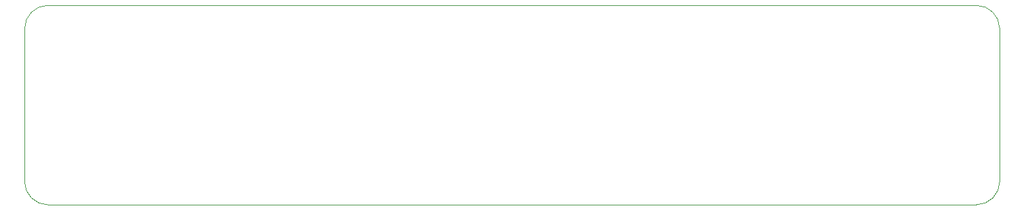
<source format=gbr>
%TF.GenerationSoftware,KiCad,Pcbnew,9.0.2*%
%TF.CreationDate,2025-10-03T08:34:23+02:00*%
%TF.ProjectId,led_print,6c65645f-7072-4696-9e74-2e6b69636164,rev?*%
%TF.SameCoordinates,Original*%
%TF.FileFunction,Profile,NP*%
%FSLAX46Y46*%
G04 Gerber Fmt 4.6, Leading zero omitted, Abs format (unit mm)*
G04 Created by KiCad (PCBNEW 9.0.2) date 2025-10-03 08:34:23*
%MOMM*%
%LPD*%
G01*
G04 APERTURE LIST*
%TA.AperFunction,Profile*%
%ADD10C,0.050000*%
%TD*%
G04 APERTURE END LIST*
D10*
X60198000Y-52784000D02*
G75*
G02*
X63198000Y-49784000I3000000J0D01*
G01*
X63198000Y-75438000D02*
G75*
G02*
X60198000Y-72438000I0J3000000D01*
G01*
X182166000Y-49784000D02*
G75*
G02*
X185166000Y-52784000I0J-3000000D01*
G01*
X185166000Y-72438000D02*
G75*
G02*
X182166000Y-75438000I-3000000J0D01*
G01*
X63198000Y-49784000D02*
X182166000Y-49784000D01*
X182166000Y-75438000D02*
X63198000Y-75438000D01*
X60198000Y-72438000D02*
X60198000Y-52784000D01*
X185166000Y-52784000D02*
X185166000Y-72438000D01*
M02*

</source>
